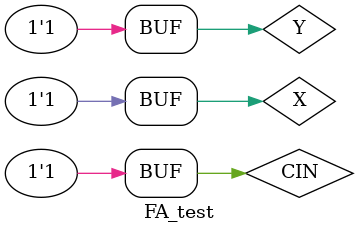
<source format=v>
`timescale 1ns / 1ps


module FA_test;
wire COUT, S;
reg X, Y, CIN;
FA U0(.cout(COUT),.s(S),.x(X),.y(Y),.cin(CIN));
initial
begin
    X=0;Y=0;CIN=0;
    #10 X=0;Y=0;CIN=1;
    #10 X=0;Y=1;CIN=0;
    #10 X=0;Y=1;CIN=1;
    #10 X=1;Y=0;CIN=0;
    #10 X=1;Y=0;CIN=1;
    #10 X=1;Y=1;CIN=0;
    #10 X=1;Y=1;CIN=1;
end
endmodule

</source>
